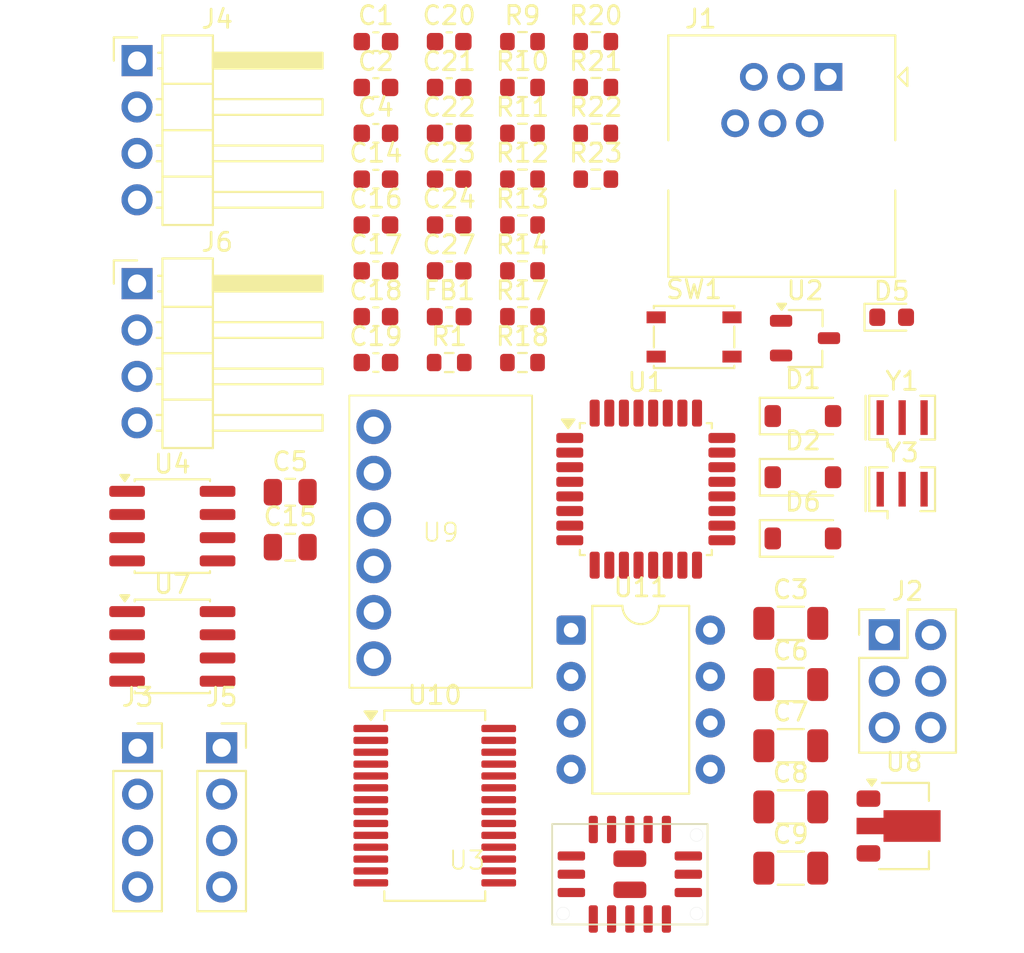
<source format=kicad_pcb>
(kicad_pcb (version 20241229) (generator "pcbnew") (generator_version "9.0")
  (layers (0 "F.Cu" signal) (2 "B.Cu" signal) (13 "F.Paste" user) (15 "B.Paste" user) (5 "F.SilkS" user "F.Silkscreen") (7 "B.SilkS" user "B.Silkscreen") (1 "F.Mask" user) (3 "B.Mask" user) (25 "Edge.Cuts" user))
  (net 0 "")
  (net 1 "Net-(U1-AREF)")
  (net 2 "GND")
  (net 3 "Net-(U1-VCC)")
  (net 4 "Net-(D1-K)")
  (net 5 "+5V")
  (net 6 "Net-(U4-VDD3V3)")
  (net 7 "GND1")
  (net 8 "Net-(U7-VDD3V3)")
  (net 9 "+3V3")
  (net 10 "Net-(U10-VDDA)")
  (net 11 "Net-(D1-A)")
  (net 12 "SCK")
  (net 13 "ERR")
  (net 14 "Net-(D5-K)")
  (net 16 "CANL")
  (net 17 "CANH")
  (net 19 "MISO")
  (net 20 "MOSI")
  (net 21 "RST")
  (net 22 "SDA1")
  (net 23 "SCL1")
  (net 24 "SCL2")
  (net 25 "SDA2")
  (net 26 "Net-(U1-~{RESET}{slash}PC6)")
  (net 27 "Net-(U10-STBY)")
  (net 28 "Net-(U10-~{RESET})")
  (net 29 "SCL0")
  (net 30 "SDA0")
  (net 36 "INT")
  (net 37 "CS")
  (net 42 "Net-(U1-XTAL2{slash}PB7)")
  (net 45 "Net-(U1-XTAL1{slash}PB6)")
  (net 53 "Net-(U10-TXD)")
  (net 61 "Net-(U10-OSC2)")
  (net 62 "Net-(U10-RXD)")
  (net 63 "Net-(U10-OSC1)")
  (net 64 "SCL3")
  (net 65 "SDA3")
  (net 66 "Net-(J6-Pin_2)")
  (net 67 "Net-(J6-Pin_1)")
  (net 68 "Net-(J6-Pin_4)")
  (net 77 "+5VA")
  (net 78 "Net-(J6-Pin_3)")
  (footprint "Resistor_SMD:R_0603_1608Metric" (layer "F.Cu") (at 42.16 41.205)
    (property "Reference" "R1" (at 0 -1.43 0) (layer "F.SilkS"))
    (property "Value" "10k")
    (pad "1" smd roundrect (at -0.825 0) (size 0.8 0.95) (layers "F.Cu" "F.Mask" "F.Paste") (net 5 "+5V"))
    (pad "2" smd roundrect (at 0.825 0) (size 0.8 0.95) (layers "F.Cu" "F.Mask" "F.Paste") (net 21 "RST"))
  )
  (footprint "Package_QFP:TQFP-32_7x7mm_P0.8mm" (layer "F.Cu") (at 52.92 48.135)
    (property "Reference" "U1" (at 0 -5.85 0) (layer "F.SilkS"))
    (property "Value" "ATmega328PB-A")
    (pad "1" smd roundrect (at -4.1625 -2.8) (size 1.475 0.55) (layers "F.Cu" "F.Mask" "F.Paste") (net 36 "INT"))
    (pad "2" smd roundrect (at -4.1625 -2) (size 1.475 0.55) (layers "F.Cu" "F.Mask" "F.Paste"))
    (pad "3" smd roundrect (at -4.1625 -1.2) (size 1.475 0.55) (layers "F.Cu" "F.Mask" "F.Paste") (net 30 "SDA0"))
    (pad "4" smd roundrect (at -4.1625 -0.4) (size 1.475 0.55) (layers "F.Cu" "F.Mask" "F.Paste") (net 3 "Net-(U1-VCC)"))
    (pad "5" smd roundrect (at -4.1625 0.4) (size 1.475 0.55) (layers "F.Cu" "F.Mask" "F.Paste") (net 2 "GND"))
    (pad "6" smd roundrect (at -4.1625 1.2) (size 1.475 0.55) (layers "F.Cu" "F.Mask" "F.Paste") (net 29 "SCL0"))
    (pad "7" smd roundrect (at -4.1625 2) (size 1.475 0.55) (layers "F.Cu" "F.Mask" "F.Paste") (net 45 "Net-(U1-XTAL1{slash}PB6)"))
    (pad "8" smd roundrect (at -4.1625 2.8) (size 1.475 0.55) (layers "F.Cu" "F.Mask" "F.Paste") (net 42 "Net-(U1-XTAL2{slash}PB7)"))
    (pad "9" smd roundrect (at -2.8 4.1625) (size 0.55 1.475) (layers "F.Cu" "F.Mask" "F.Paste"))
    (pad "10" smd roundrect (at -2 4.1625) (size 0.55 1.475) (layers "F.Cu" "F.Mask" "F.Paste"))
    (pad "11" smd roundrect (at -1.2 4.1625) (size 0.55 1.475) (layers "F.Cu" "F.Mask" "F.Paste") (net 13 "ERR"))
    (pad "12" smd roundrect (at -0.4 4.1625) (size 0.55 1.475) (layers "F.Cu" "F.Mask" "F.Paste"))
    (pad "13" smd roundrect (at 0.4 4.1625) (size 0.55 1.475) (layers "F.Cu" "F.Mask" "F.Paste"))
    (pad "14" smd roundrect (at 1.2 4.1625) (size 0.55 1.475) (layers "F.Cu" "F.Mask" "F.Paste") (net 37 "CS"))
    (pad "15" smd roundrect (at 2 4.1625) (size 0.55 1.475) (layers "F.Cu" "F.Mask" "F.Paste") (net 20 "MOSI"))
    (pad "16" smd roundrect (at 2.8 4.1625) (size 0.55 1.475) (layers "F.Cu" "F.Mask" "F.Paste") (net 19 "MISO"))
    (pad "17" smd roundrect (at 4.1625 2.8) (size 1.475 0.55) (layers "F.Cu" "F.Mask" "F.Paste") (net 12 "SCK"))
    (pad "18" smd roundrect (at 4.1625 2) (size 1.475 0.55) (layers "F.Cu" "F.Mask" "F.Paste") (net 5 "+5V"))
    (pad "19" smd roundrect (at 4.1625 1.2) (size 1.475 0.55) (layers "F.Cu" "F.Mask" "F.Paste"))
    (pad "20" smd roundrect (at 4.1625 0.4) (size 1.475 0.55) (layers "F.Cu" "F.Mask" "F.Paste") (net 1 "Net-(U1-AREF)"))
    (pad "21" smd roundrect (at 4.1625 -0.4) (size 1.475 0.55) (layers "F.Cu" "F.Mask" "F.Paste") (net 2 "GND"))
    (pad "22" smd roundrect (at 4.1625 -1.2) (size 1.475 0.55) (layers "F.Cu" "F.Mask" "F.Paste"))
    (pad "23" smd roundrect (at 4.1625 -2) (size 1.475 0.55) (layers "F.Cu" "F.Mask" "F.Paste"))
    (pad "24" smd roundrect (at 4.1625 -2.8) (size 1.475 0.55) (layers "F.Cu" "F.Mask" "F.Paste"))
    (pad "25" smd roundrect (at 2.8 -4.1625) (size 0.55 1.475) (layers "F.Cu" "F.Mask" "F.Paste"))
    (pad "26" smd roundrect (at 2 -4.1625) (size 0.55 1.475) (layers "F.Cu" "F.Mask" "F.Paste"))
    (pad "27" smd roundrect (at 1.2 -4.1625) (size 0.55 1.475) (layers "F.Cu" "F.Mask" "F.Paste") (net 22 "SDA1"))
    (pad "28" smd roundrect (at 0.4 -4.1625) (size 0.55 1.475) (layers "F.Cu" "F.Mask" "F.Paste") (net 23 "SCL1"))
    (pad "29" smd roundrect (at -0.4 -4.1625) (size 0.55 1.475) (layers "F.Cu" "F.Mask" "F.Paste") (net 26 "Net-(U1-~{RESET}{slash}PC6)"))
    (pad "30" smd roundrect (at -1.2 -4.1625) (size 0.55 1.475) (layers "F.Cu" "F.Mask" "F.Paste"))
    (pad "31" smd roundrect (at -2 -4.1625) (size 0.55 1.475) (layers "F.Cu" "F.Mask" "F.Paste"))
    (pad "32" smd roundrect (at -2.8 -4.1625) (size 0.55 1.475) (layers "F.Cu" "F.Mask" "F.Paste"))
  )
  (footprint "Resistor_SMD:R_0603_1608Metric" (layer "F.Cu") (at 46.17 31.165)
    (property "Reference" "R12" (at 0 -1.43 0) (layer "F.SilkS"))
    (property "Value" "4.7k")
    (pad "1" smd roundrect (at -0.825 0) (size 0.8 0.95) (layers "F.Cu" "F.Mask" "F.Paste") (net 77 "+5VA"))
    (pad "2" smd roundrect (at 0.825 0) (size 0.8 0.95) (layers "F.Cu" "F.Mask" "F.Paste") (net 24 "SCL2"))
  )
  (footprint "Diode_SMD:D_SOD-123" (layer "F.Cu") (at 61.515 50.835)
    (property "Reference" "D6" (at 0 -2 0) (layer "F.SilkS"))
    (property "Value" "RB160M")
    (pad "1" smd roundrect (at -1.65 0) (size 0.9 1.2) (layers "F.Cu" "F.Mask" "F.Paste") (net 4 "Net-(D1-K)"))
    (pad "2" smd roundrect (at 1.65 0) (size 0.9 1.2) (layers "F.Cu" "F.Mask" "F.Paste") (net 9 "+3V3"))
  )
  (footprint "Resistor_SMD:R_0603_1608Metric" (layer "F.Cu") (at 46.17 26.145)
    (property "Reference" "R10" (at 0 -1.43 0) (layer "F.SilkS"))
    (property "Value" "1k")
    (pad "1" smd roundrect (at -0.825 0) (size 0.8 0.95) (layers "F.Cu" "F.Mask" "F.Paste") (net 14 "Net-(D5-K)"))
    (pad "2" smd roundrect (at 0.825 0) (size 0.8 0.95) (layers "F.Cu" "F.Mask" "F.Paste") (net 2 "GND"))
  )
  (footprint "Capacitor_SMD:C_1206_3216Metric" (layer "F.Cu") (at 60.85 65.535)
    (property "Reference" "C8" (at 0 -1.85 0) (layer "F.SilkS"))
    (property "Value" "10u")
    (pad "1" smd roundrect (at -1.475 0) (size 1.15 1.8) (layers "F.Cu" "F.Mask" "F.Paste") (roundrect_rratio 0.217391) (net 5 "+5V"))
    (pad "2" smd roundrect (at 1.475 0) (size 1.15 1.8) (layers "F.Cu" "F.Mask" "F.Paste") (roundrect_rratio 0.217391) (net 2 "GND"))
  )
  (footprint "Resistor_SMD:R_0603_1608Metric" (layer "F.Cu") (at 46.17 36.185)
    (property "Reference" "R14" (at 0 -1.43 0) (layer "F.SilkS"))
    (property "Value" "100")
    (pad "1" smd roundrect (at -0.825 0) (size 0.8 0.95) (layers "F.Cu" "F.Mask" "F.Paste") (net 26 "Net-(U1-~{RESET}{slash}PC6)"))
    (pad "2" smd roundrect (at 0.825 0) (size 0.8 0.95) (layers "F.Cu" "F.Mask" "F.Paste") (net 21 "RST"))
  )
  (footprint "KUBTSS:BME280" (layer "F.Cu") (at 41.695 51.01)
    (property "Reference" "U9" (at 0 -0.5 0) (layer "F.SilkS") (effects (font (thickness 0.1))))
    (property "Value" "BME280")
    (pad "1" thru_hole circle (at -3.663 -6.29) (size 1.9 1.9) (drill 1.1) (layers "*.Cu" "*.Mask") (net 9 "+3V3"))
    (pad "2" thru_hole circle (at -3.663 -3.75) (size 1.9 1.9) (drill 1.1) (layers "*.Cu" "*.Mask") (net 2 "GND"))
    (pad "3" thru_hole circle (at -3.663 -1.21) (size 1.9 1.9) (drill 1.1) (layers "*.Cu" "*.Mask") (net 9 "+3V3"))
    (pad "4" thru_hole circle (at -3.663 1.33) (size 1.9 1.9) (drill 1.1) (layers "*.Cu" "*.Mask") (net 65 "SDA3"))
    (pad "5" thru_hole circle (at -3.663 3.87) (size 1.9 1.9) (drill 1.1) (layers "*.Cu" "*.Mask") (net 2 "GND"))
    (pad "6" thru_hole circle (at -3.663 6.41) (size 1.9 1.9) (drill 1.1) (layers "*.Cu" "*.Mask") (net 64 "SCL3"))
  )
  (footprint "Capacitor_SMD:C_1206_3216Metric" (layer "F.Cu") (at 60.85 58.835)
    (property "Reference" "C6" (at 0 -1.85 0) (layer "F.SilkS"))
    (property "Value" "0.1u")
    (pad "1" smd roundrect (at -1.475 0) (size 1.15 1.8) (layers "F.Cu" "F.Mask" "F.Paste") (roundrect_rratio 0.217391) (net 4 "Net-(D1-K)"))
    (pad "2" smd roundrect (at 1.475 0) (size 1.15 1.8) (layers "F.Cu" "F.Mask" "F.Paste") (roundrect_rratio 0.217391) (net 2 "GND"))
  )
  (footprint "Capacitor_SMD:C_0603_1608Metric" (layer "F.Cu") (at 42.16 33.675)
    (property "Reference" "C24" (at 0 -1.43 0) (layer "F.SilkS"))
    (property "Value" "0.1u")
    (pad "1" smd roundrect (at -0.775 0) (size 0.9 0.95) (layers "F.Cu" "F.Mask" "F.Paste") (net 10 "Net-(U10-VDDA)"))
    (pad "2" smd roundrect (at 0.775 0) (size 0.9 0.95) (layers "F.Cu" "F.Mask" "F.Paste") (net 2 "GND"))
  )
  (footprint "Connector_PinHeader_2.54mm:PinHeader_1x04_P2.54mm_Horizontal" (layer "F.Cu") (at 25.08 36.885)
    (property "Reference" "J6" (at 4.385 -2.27 0) (layer "F.SilkS"))
    (property "Value" "Conn_01x04_Pin")
    (pad "1" thru_hole rect (at 0 0) (size 1.7 1.7) (drill 1) (layers "*.Cu" "*.Mask") (net 67 "Net-(J6-Pin_1)"))
    (pad "2" thru_hole circle (at 0 2.54) (size 1.7 1.7) (drill 1) (layers "*.Cu" "*.Mask") (net 66 "Net-(J6-Pin_2)"))
    (pad "3" thru_hole circle (at 0 5.08) (size 1.7 1.7) (drill 1) (layers "*.Cu" "*.Mask") (net 78 "Net-(J6-Pin_3)"))
    (pad "4" thru_hole circle (at 0 7.62) (size 1.7 1.7) (drill 1) (layers "*.Cu" "*.Mask") (net 68 "Net-(J6-Pin_4)"))
  )
  (footprint "Resistor_SMD:R_0603_1608Metric" (layer "F.Cu") (at 50.18 23.635)
    (property "Reference" "R20" (at 0 -1.43 0) (layer "F.SilkS"))
    (property "Value" "4.7k")
    (pad "1" smd roundrect (at -0.825 0) (size 0.8 0.95) (layers "F.Cu" "F.Mask" "F.Paste") (net 5 "+5V"))
    (pad "2" smd roundrect (at 0.825 0) (size 0.8 0.95) (layers "F.Cu" "F.Mask" "F.Paste") (net 29 "SCL0"))
  )
  (footprint "Diode_SMD:D_SOD-123" (layer "F.Cu") (at 61.515 44.135)
    (property "Reference" "D1" (at 0 -2 0) (layer "F.SilkS"))
    (property "Value" "RB160M")
    (pad "1" smd roundrect (at -1.65 0) (size 0.9 1.2) (layers "F.Cu" "F.Mask" "F.Paste") (net 4 "Net-(D1-K)"))
    (pad "2" smd roundrect (at 1.65 0) (size 0.9 1.2) (layers "F.Cu" "F.Mask" "F.Paste") (net 11 "Net-(D1-A)"))
  )
  (footprint "Capacitor_SMD:C_0603_1608Metric" (layer "F.Cu") (at 38.15 28.655)
    (property "Reference" "C4" (at 0 -1.43 0) (layer "F.SilkS"))
    (property "Value" "0.1u")
    (pad "1" smd roundrect (at -0.775 0) (size 0.9 0.95) (layers "F.Cu" "F.Mask" "F.Paste") (net 5 "+5V"))
    (pad "2" smd roundrect (at 0.775 0) (size 0.9 0.95) (layers "F.Cu" "F.Mask" "F.Paste") (net 2 "GND"))
  )
  (footprint "Capacitor_SMD:C_0805_2012Metric" (layer "F.Cu") (at 33.46 51.315)
    (property "Reference" "C15" (at 0 -1.68 0) (layer "F.SilkS"))
    (property "Value" "1u")
    (pad "1" smd roundrect (at -0.95 0) (size 1 1.45) (layers "F.Cu" "F.Mask" "F.Paste") (net 8 "Net-(U7-VDD3V3)"))
    (pad "2" smd roundrect (at 0.95 0) (size 1 1.45) (layers "F.Cu" "F.Mask" "F.Paste") (net 7 "GND1"))
  )
  (footprint "Capacitor_SMD:C_0603_1608Metric" (layer "F.Cu") (at 38.15 26.145)
    (property "Reference" "C2" (at 0 -1.43 0) (layer "F.SilkS"))
    (property "Value" "1u")
    (pad "1" smd roundrect (at -0.775 0) (size 0.9 0.95) (layers "F.Cu" "F.Mask" "F.Paste") (net 2 "GND"))
    (pad "2" smd roundrect (at 0.775 0) (size 0.9 0.95) (layers "F.Cu" "F.Mask" "F.Paste") (net 3 "Net-(U1-VCC)"))
  )
  (footprint "Resistor_SMD:R_0603_1608Metric" (layer "F.Cu") (at 50.18 31.165)
    (property "Reference" "R23" (at 0 -1.43 0) (layer "F.SilkS"))
    (property "Value" "4.7k")
    (pad "1" smd roundrect (at -0.825 0) (size 0.8 0.95) (layers "F.Cu" "F.Mask" "F.Paste") (net 9 "+3V3"))
    (pad "2" smd roundrect (at 0.825 0) (size 0.8 0.95) (layers "F.Cu" "F.Mask" "F.Paste") (net 65 "SDA3"))
  )
  (footprint "Capacitor_SMD:C_0603_1608Metric" (layer "F.Cu") (at 38.15 36.185)
    (property "Reference" "C17" (at 0 -1.43 0) (layer "F.SilkS"))
    (property "Value" "1u")
    (pad "1" smd roundrect (at -0.775 0) (size 0.9 0.95) (layers "F.Cu" "F.Mask" "F.Paste") (net 2 "GND"))
    (pad "2" smd roundrect (at 0.775 0) (size 0.9 0.95) (layers "F.Cu" "F.Mask" "F.Paste") (net 5 "+5V"))
  )
  (footprint "Capacitor_SMD:C_0603_1608Metric" (layer "F.Cu") (at 42.16 36.185)
    (property "Reference" "C27" (at 0 -1.43 0) (layer "F.SilkS"))
    (property "Value" "100n")
    (pad "1" smd roundrect (at -0.775 0) (size 0.9 0.95) (layers "F.Cu" "F.Mask" "F.Paste") (net 66 "Net-(J6-Pin_2)"))
    (pad "2" smd roundrect (at 0.775 0) (size 0.9 0.95) (layers "F.Cu" "F.Mask" "F.Paste") (net 78 "Net-(J6-Pin_3)"))
  )
  (footprint "Package_SO:SOIC-8_3.9x4.9mm_P1.27mm" (layer "F.Cu") (at 27.01 56.745)
    (property "Reference" "U7" (at 0 -3.4 0) (layer "F.SilkS"))
    (property "Value" "SLIP")
    (pad "1" smd roundrect (at -2.475 -1.905) (size 1.95 0.6) (layers "F.Cu" "F.Mask" "F.Paste") (net 77 "+5VA"))
    (pad "2" smd roundrect (at -2.475 -0.635) (size 1.95 0.6) (layers "F.Cu" "F.Mask" "F.Paste") (net 8 "Net-(U7-VDD3V3)"))
    (pad "3" smd roundrect (at -2.475 0.635) (size 1.95 0.6) (layers "F.Cu" "F.Mask" "F.Paste"))
    (pad "4" smd roundrect (at -2.475 1.905) (size 1.95 0.6) (layers "F.Cu" "F.Mask" "F.Paste") (net 7 "GND1"))
    (pad "5" smd roundrect (at 2.475 1.905) (size 1.95 0.6) (layers "F.Cu" "F.Mask" "F.Paste") (net 7 "GND1"))
    (pad "6" smd roundrect (at 2.475 0.635) (size 1.95 0.6) (layers "F.Cu" "F.Mask" "F.Paste") (net 25 "SDA2"))
    (pad "7" smd roundrect (at 2.475 -0.635) (size 1.95 0.6) (layers "F.Cu" "F.Mask" "F.Paste") (net 24 "SCL2"))
    (pad "8" smd roundrect (at 2.475 -1.905) (size 1.95 0.6) (layers "F.Cu" "F.Mask" "F.Paste") (net 7 "GND1"))
  )
  (footprint "Inductor_SMD:L_0603_1608Metric" (layer "F.Cu") (at 42.16 38.695)
    (property "Reference" "FB1" (at 0 -1.43 0) (layer "F.SilkS"))
    (property "Value" "FerriteBead_Small")
    (pad "1" smd roundrect (at -0.7875 0) (size 0.875 0.95) (layers "F.Cu" "F.Mask" "F.Paste") (net 5 "+5V"))
    (pad "2" smd roundrect (at 0.7875 0) (size 0.875 0.95) (layers "F.Cu" "F.Mask" "F.Paste") (net 10 "Net-(U10-VDDA)"))
  )
  (footprint "Capacitor_SMD:C_0603_1608Metric" (layer "F.Cu") (at 38.15 41.205)
    (property "Reference" "C19" (at 0 -1.43 0) (layer "F.SilkS"))
    (property "Value" "1u")
    (pad "1" smd roundrect (at -0.775 0) (size 0.9 0.95) (layers "F.Cu" "F.Mask" "F.Paste") (net 5 "+5V"))
    (pad "2" smd roundrect (at 0.775 0) (size 0.9 0.95) (layers "F.Cu" "F.Mask" "F.Paste") (net 2 "GND"))
  )
  (footprint "Package_TO_SOT_SMD:TSOT-23" (layer "F.Cu") (at 61.63 39.87)
    (property "Reference" "U2" (at 0 -2.6 0) (layer "F.SilkS"))
    (property "Value" "AP7375")
    (pad "1" smd roundrect (at -1.31 -0.95) (size 1.22 0.65) (layers "F.Cu" "F.Mask" "F.Paste") (net 4 "Net-(D1-K)"))
    (pad "2" smd roundrect (at -1.31 0.95) (size 1.22 0.65) (layers "F.Cu" "F.Mask" "F.Paste") (net 5 "+5V"))
    (pad "3" smd roundrect (at 1.31 0) (size 1.22 0.65) (layers "F.Cu" "F.Mask" "F.Paste") (net 2 "GND"))
  )
  (footprint "Capacitor_SMD:C_0603_1608Metric" (layer "F.Cu") (at 42.16 31.165)
    (property "Reference" "C23" (at 0 -1.43 0) (layer "F.SilkS"))
    (property "Value" "10u")
    (pad "1" smd roundrect (at -0.775 0) (size 0.9 0.95) (layers "F.Cu" "F.Mask" "F.Paste") (net 10 "Net-(U10-VDDA)"))
    (pad "2" smd roundrect (at 0.775 0) (size 0.9 0.95) (layers "F.Cu" "F.Mask" "F.Paste") (net 2 "GND"))
  )
  (footprint "Capacitor_SMD:C_0805_2012Metric" (layer "F.Cu") (at 33.46 48.305)
    (property "Reference" "C5" (at 0 -1.68 0) (layer "F.SilkS"))
    (property "Value" "1u")
    (pad "1" smd roundrect (at -0.95 0) (size 1 1.45) (layers "F.Cu" "F.Mask" "F.Paste") (net 6 "Net-(U4-VDD3V3)"))
    (pad "2" smd roundrect (at 0.95 0) (size 1 1.45) (layers "F.Cu" "F.Mask" "F.Paste") (net 2 "GND"))
  )
  (footprint "KUBTSS:SDP32" (layer "F.Cu") (at 52.045 69.22)
    (property "Reference" "U3" (at -8.91 -0.76 0) (layer "F.SilkS") (effects (font (thickness 0.1))))
    (property "Value" "~")
    (fp_rect (start -4.25 -2.75) (end 4.25 2.75) (stroke (width 0.05)) (fill no) (layer "Edge.Cuts"))
    (fp_circle (center -3.65 2.15) (end -3.3 2.15) (stroke (width 0.01)) (fill no) (layer "Edge.Cuts"))
    (fp_circle (center 3.65 -2.15) (end 4 -2.15) (stroke (width 0.01)) (fill no) (layer "Edge.Cuts"))
    (fp_circle (center 3.65 2.15) (end 4 2.15) (stroke (width 0.01)) (fill no) (layer "Edge.Cuts"))
    (pad "" np_thru_hole circle (at -3.65 2.15) (size 0.00001 0.00001) (drill 0.73) (layers "*.Mask"))
    (pad "" np_thru_hole circle (at 3.65 -2.15) (size 0.00001 0.00001) (drill 0.73) (layers "*.Mask"))
    (pad "" np_thru_hole circle (at 3.65 2.15) (size 0.00001 0.00001) (drill 0.73) (layers "*.Mask"))
    (pad "1" smd roundrect (at -3.2 -1) (size 1.5 0.5) (layers "F.Cu" "F.Mask" "F.Paste") (net 78 "Net-(J6-Pin_3)"))
    (pad "2" smd roundrect (at -3.2 0) (size 1.5 0.5) (layers "F.Cu" "F.Mask" "F.Paste") (net 78 "Net-(J6-Pin_3)"))
    (pad "3" smd roundrect (at -3.2 1) (size 1.5 0.5) (layers "F.Cu" "F.Mask" "F.Paste") (net 78 "Net-(J6-Pin_3)"))
    (pad "4" smd roundrect (at -2 2.45 270) (size 1.5 0.5) (layers "F.Cu" "F.Mask" "F.Paste"))
    (pad "5" smd roundrect (at -1 2.45 270) (size 1.5 0.5) (layers "F.Cu" "F.Mask" "F.Paste") (net 68 "Net-(J6-Pin_4)"))
    (pad "6" smd roundrect (at 0 2.45 270) (size 1.5 0.5) (layers "F.Cu" "F.Mask" "F.Paste") (net 78 "Net-(J6-Pin_3)"))
    (pad "7" smd roundrect (at 1 2.45 270) (size 1.5 0.5) (layers "F.Cu" "F.Mask" "F.Paste") (net 66 "Net-(J6-Pin_2)"))
    (pad "8" smd roundrect (at 2 2.45 270) (size 1.5 0.5) (layers "F.Cu" "F.Mask" "F.Paste") (net 67 "Net-(J6-Pin_1)"))
    (pad "9" smd roundrect (at 3.2 1 180) (size 1.5 0.5) (layers "F.Cu" "F.Mask" "F.Paste") (net 78 "Net-(J6-Pin_3)"))
    (pad "10" smd roundrect (at 3.2 0 180) (size 1.5 0.5) (layers "F.Cu" "F.Mask" "F.Paste") (net 78 "Net-(J6-Pin_3)"))
    (pad "11" smd roundrect (at 3.2 -1 180) (size 1.5 0.5) (layers "F.Cu" "F.Mask" "F.Paste") (net 78 "Net-(J6-Pin_3)"))
    (pad "12" smd roundrect (at 2 -2.45 90) (size 1.5 0.5) (layers "F.Cu" "F.Mask" "F.Paste"))
    (pad "13" smd roundrect (at 1 -2.45 90) (size 1.5 0.5) (layers "F.Cu" "F.Mask" "F.Paste"))
    (pad "14" smd roundrect (at 0 -2.45 90) (size 1.5 0.5) (layers "F.Cu" "F.Mask" "F.Paste"))
    (pad "15" smd roundrect (at -1 -2.45 90) (size 1.5 0.5) (layers "F.Cu" "F.Mask" "F.Paste"))
    (pad "16" smd roundrect (at -2 -2.45 90) (size 1.5 0.5) (layers "F.Cu" "F.Mask" "F.Paste"))
    (pad "17" smd roundrect (at 0 -0.85) (size 1.8 0.9) (layers "F.Cu" "F.Mask" "F.Paste"))
    (pad "18" smd roundrect (at 0 0.85) (size 1.8 0.9) (layers "F.Cu" "F.Mask" "F.Paste"))
  )
  (footprint "LED_SMD:LED_0603_1608Metric" (layer "F.Cu") (at 66.37 38.725)
    (property "Reference" "D5" (at 0 -1.43 0) (layer "F.SilkS"))
    (property "Value" "ERR")
    (pad "1" smd roundrect (at -0.7875 0) (size 0.875 0.95) (layers "F.Cu" "F.Mask" "F.Paste") (net 14 "Net-(D5-K)"))
    (pad "2" smd roundrect (at 0.7875 0) (size 0.875 0.95) (layers "F.Cu" "F.Mask" "F.Paste") (net 13 "ERR"))
  )
  (footprint "Capacitor_SMD:C_0603_1608Metric" (layer "F.Cu") (at 42.16 28.655)
    (property "Reference" "C22" (at 0 -1.43 0) (layer "F.SilkS"))
    (property "Value" "0.1u")
    (pad "1" smd roundrect (at -0.775 0) (size 0.9 0.95) (layers "F.Cu" "F.Mask" "F.Paste") (net 9 "+3V3"))
    (pad "2" smd roundrect (at 0.775 0) (size 0.9 0.95) (layers "F.Cu" "F.Mask" "F.Paste") (net 2 "GND"))
  )
  (footprint "Package_TO_SOT_SMD:SOT-89-3" (layer "F.Cu") (at 67.05 66.58)
    (property "Reference" "U8" (at 0 -3.5 0) (layer "F.SilkS"))
    (property "Value" "NJW4181U3-33B")
    (pad "1" smd roundrect (at -1.95 -1.5) (size 1.3 0.9) (layers "F.Cu" "F.Mask" "F.Paste") (net 9 "+3V3"))
    (pad "2" smd custom (at -1.8625 0) (size 1.475 0.9) (layers "F.Cu" "F.Mask" "F.Paste") (net 2 "GND") (options (clearance outline) (anchor rect)) (primitives (gr_poly (pts (xy 3.8625 0.8665) (xy 0.7375 0.8665) (xy 0.7375 -0.8665) (xy 3.8625 -0.8665)) (width 0) (fill yes))))
    (pad "3" smd roundrect (at -1.95 1.5) (size 1.3 0.9) (layers "F.Cu" "F.Mask" "F.Paste") (net 4 "Net-(D1-K)"))
  )
  (footprint "Resistor_SMD:R_0603_1608Metric" (layer "F.Cu") (at 46.17 23.635)
    (property "Reference" "R9" (at 0 -1.43 0) (layer "F.SilkS"))
    (property "Value" "120")
    (pad "1" smd roundrect (at -0.825 0) (size 0.8 0.95) (layers "F.Cu" "F.Mask" "F.Paste") (net 17 "CANH"))
    (pad "2" smd roundrect (at 0.825 0) (size 0.8 0.95) (layers "F.Cu" "F.Mask" "F.Paste") (net 16 "CANL"))
  )
  (footprint "Capacitor_SMD:C_0603_1608Metric" (layer "F.Cu") (at 42.16 23.635)
    (property "Reference" "C20" (at 0 -1.43 0) (layer "F.SilkS"))
    (property "Value" "0.1u")
    (pad "1" smd roundrect (at -0.775 0) (size 0.9 0.95) (layers "F.Cu" "F.Mask" "F.Paste") (net 5 "+5V"))
    (pad "2" smd roundrect (at 0.775 0) (size 0.9 0.95) (layers "F.Cu" "F.Mask" "F.Paste") (net 2 "GND"))
  )
  (footprint "Connector_RJ:RJ25_Wayconn_MJEA-660X1_Horizontal" (layer "F.Cu") (at 62.91 25.565)
    (property "Reference" "J1" (at -6.985 -3.175 0) (layer "F.SilkS"))
    (property "Value" "RJ25")
    (pad "" np_thru_hole circle (at -8.55 4.84) (size 2.3 2.3) (drill 2.3) (layers "*.Cu" "*.Mask"))
    (pad "" np_thru_hole circle (at 3.45 4.84) (size 2.3 2.3) (drill 2.3) (layers "*.Cu" "*.Mask"))
    (pad "1" thru_hole rect (at 0 0) (size 1.52 1.52) (drill 0.9) (layers "*.Cu" "*.Mask"))
    (pad "2" thru_hole circle (at -1.02 2.54) (size 1.52 1.52) (drill 0.9) (layers "*.Cu" "*.Mask") (net 2 "GND"))
    (pad "3" thru_hole circle (at -2.04 0) (size 1.52 1.52) (drill 0.9) (layers "*.Cu" "*.Mask") (net 16 "CANL"))
    (pad "4" thru_hole circle (at -3.06 2.54) (size 1.52 1.52) (drill 0.9) (layers "*.Cu" "*.Mask") (net 17 "CANH"))
    (pad "5" thru_hole circle (at -4.08 0) (size 1.52 1.52) (drill 0.9) (layers "*.Cu" "*.Mask") (net 11 "Net-(D1-A)"))
    (pad "6" thru_hole circle (at -5.1 2.54) (size 1.52 1.52) (drill 0.9) (layers "*.Cu" "*.Mask"))
  )
  (footprint "Connector_PinHeader_2.54mm:PinHeader_1x04_P2.54mm_Horizontal" (layer "F.Cu") (at 25.08 24.675)
    (property "Reference" "J4" (at 4.385 -2.27 0) (layer "F.SilkS"))
    (property "Value" "Conn_01x04_Pin")
    (pad "1" thru_hole rect (at 0 0) (size 1.7 1.7) (drill 1) (layers "*.Cu" "*.Mask") (net 7 "GND1"))
    (pad "2" thru_hole circle (at 0 2.54) (size 1.7 1.7) (drill 1) (layers "*.Cu" "*.Mask") (net 24 "SCL2"))
    (pad "3" thru_hole circle (at 0 5.08) (size 1.7 1.7) (drill 1) (layers "*.Cu" "*.Mask") (net 25 "SDA2"))
    (pad "4" thru_hole circle (at 0 7.62) (size 1.7 1.7) (drill 1) (layers "*.Cu" "*.Mask") (net 77 "+5VA"))
  )
  (footprint "Package_SO:SOIC-8_3.9x4.9mm_P1.27mm" (layer "F.Cu") (at 27.01 50.16)
    (property "Reference" "U4" (at 0 -3.4 0) (layer "F.SilkS"))
    (property "Value" "SLIP")
    (pad "1" smd roundrect (at -2.475 -1.905) (size 1.95 0.6) (layers "F.Cu" "F.Mask" "F.Paste") (net 5 "+5V"))
    (pad "2" smd roundrect (at -2.475 -0.635) (size 1.95 0.6) (layers "F.Cu" "F.Mask" "F.Paste") (net 6 "Net-(U4-VDD3V3)"))
    (pad "3" smd roundrect (at -2.475 0.635) (size 1.95 0.6) (layers "F.Cu" "F.Mask" "F.Paste"))
    (pad "4" smd roundrect (at -2.475 1.905) (size 1.95 0.6) (layers "F.Cu" "F.Mask" "F.Paste") (net 2 "GND"))
    (pad "5" smd roundrect (at 2.475 1.905) (size 1.95 0.6) (layers "F.Cu" "F.Mask" "F.Paste") (net 2 "GND"))
    (pad "6" smd roundrect (at 2.475 0.635) (size 1.95 0.6) (layers "F.Cu" "F.Mask" "F.Paste") (net 30 "SDA0"))
    (pad "7" smd roundrect (at 2.475 -0.635) (size 1.95 0.6) (layers "F.Cu" "F.Mask" "F.Paste") (net 29 "SCL0"))
    (pad "8" smd roundrect (at 2.475 -1.905) (size 1.95 0.6) (layers "F.Cu" "F.Mask" "F.Paste") (net 2 "GND"))
  )
  (footprint "Connector_PinSocket_2.54mm:PinSocket_1x04_P2.54mm_Vertical" (layer "F.Cu") (at 29.71 62.295)
    (property "Reference" "J5" (at 0 -2.77 0) (layer "F.SilkS"))
    (property "Value" "Conn_01x04_Socket")
    (pad "1" thru_hole rect (at 0 0) (size 1.7 1.7) (drill 1) (layers "*.Cu" "*.Mask") (net 65 "SDA3"))
    (pad "2" thru_hole circle (at 0 2.54) (size 1.7 1.7) (drill 1) (layers "*.Cu" "*.Mask") (net 9 "+3V3"))
    (pad "3" thru_hole circle (at 0 5.08) (size 1.7 1.7) (drill 1) (layers "*.Cu" "*.Mask") (net 2 "GND"))
    (pad "4" thru_hole circle (at 0 7.62) (size 1.7 1.7) (drill 1) (layers "*.Cu" "*.Mask") (net 64 "SCL3"))
  )
  (footprint "Resistor_SMD:R_0603_1608Metric" (layer "F.Cu") (at 50.18 28.655)
    (property "Reference" "R22" (at 0 -1.43 0) (layer "F.SilkS"))
    (property "Value" "4.7k")
    (pad "1" smd roundrect (at -0.825 0) (size 0.8 0.95) (layers "F.Cu" "F.Mask" "F.Paste") (net 9 "+3V3"))
    (pad "2" smd roundrect (at 0.825 0) (size 0.8 0.95) (layers "F.Cu" "F.Mask" "F.Paste") (net 64 "SCL3"))
  )
  (footprint "Resistor_SMD:R_0603_1608Metric" (layer "F.Cu") (at 46.17 33.675)
    (property "Reference" "R13" (at 0 -1.43 0) (layer "F.SilkS"))
    (property "Value" "10")
    (pad "1" smd roundrect (at -0.825 0) (size 0.8 0.95) (layers "F.Cu" "F.Mask" "F.Paste") (net 3 "Net-(U1-VCC)"))
    (pad "2" smd roundrect (at 0.825 0) (size 0.8 0.95) (layers "F.Cu" "F.Mask" "F.Paste") (net 5 "+5V"))
  )
  (footprint "Capacitor_SMD:C_1206_3216Metric" (layer "F.Cu") (at 60.85 55.485)
    (property "Reference" "C3" (at 0 -1.85 0) (layer "F.SilkS"))
    (property "Value" "10u")
    (pad "1" smd roundrect (at -1.475 0) (size 1.15 1.8) (layers "F.Cu" "F.Mask" "F.Paste") (roundrect_rratio 0.217391) (net 4 "Net-(D1-K)"))
    (pad "2" smd roundrect (at 1.475 0) (size 1.15 1.8) (layers "F.Cu" "F.Mask" "F.Paste") (roundrect_rratio 0.217391) (net 2 "GND"))
  )
  (footprint "Diode_SMD:D_SOD-123" (layer "F.Cu") (at 61.515 47.485)
    (property "Reference" "D2" (at 0 -2 0) (layer "F.SilkS"))
    (property "Value" "RB160M")
    (pad "1" smd roundrect (at -1.65 0) (size 0.9 1.2) (layers "F.Cu" "F.Mask" "F.Paste") (net 4 "Net-(D1-K)"))
    (pad "2" smd roundrect (at 1.65 0) (size 0.9 1.2) (layers "F.Cu" "F.Mask" "F.Paste") (net 5 "+5V"))
  )
  (footprint "Resistor_SMD:R_0603_1608Metric" (layer "F.Cu") (at 46.17 28.655)
    (property "Reference" "R11" (at 0 -1.43 0) (layer "F.SilkS"))
    (property "Value" "4.7k")
    (pad "1" smd roundrect (at -0.825 0) (size 0.8 0.95) (layers "F.Cu" "F.Mask" "F.Paste") (net 77 "+5VA"))
    (pad "2" smd roundrect (at 0.825 0) (size 0.8 0.95) (layers "F.Cu" "F.Mask" "F.Paste") (net 25 "SDA2"))
  )
  (footprint "Package_SO:SSOP-28_5.3x10.2mm_P0.65mm" (layer "F.Cu") (at 41.37 65.465)
    (property "Reference" "U10" (at 0 -6.05 0) (layer "F.SilkS"))
    (property "Value" "MCP25625-x-SS")
    (pad "1" smd roundrect (at -3.5 -4.225) (size 1.9 0.4) (layers "F.Cu" "F.Mask" "F.Paste") (net 9 "+3V3"))
    (pad "2" smd roundrect (at -3.5 -3.575) (size 1.9 0.4) (layers "F.Cu" "F.Mask" "F.Paste"))
    (pad "3" smd roundrect (at -3.5 -2.925) (size 1.9 0.4) (layers "F.Cu" "F.Mask" "F.Paste") (net 16 "CANL"))
    (pad "4" smd roundrect (at -3.5 -2.275) (size 1.9 0.4) (layers "F.Cu" "F.Mask" "F.Paste") (net 17 "CANH"))
    (pad "5" smd roundrect (at -3.5 -1.625) (size 1.9 0.4) (layers "F.Cu" "F.Mask" "F.Paste") (net 27 "Net-(U10-STBY)"))
    (pad "6" smd roundrect (at -3.5 -0.975) (size 1.9 0.4) (layers "F.Cu" "F.Mask" "F.Paste"))
    (pad "7" smd roundrect (at -3.5 -0.325) (size 1.9 0.4) (layers "F.Cu" "F.Mask" "F.Paste"))
    (pad "8" smd roundrect (at -3.5 0.325) (size 1.9 0.4) (layers "F.Cu" "F.Mask" "F.Paste") (net 61 "Net-(U10-OSC2)"))
    (pad "9" smd roundrect (at -3.5 0.975) (size 1.9 0.4) (layers "F.Cu" "F.Mask" "F.Paste") (net 63 "Net-(U10-OSC1)"))
    (pad "10" smd roundrect (at -3.5 1.625) (size 1.9 0.4) (layers "F.Cu" "F.Mask" "F.Paste") (net 2 "GND"))
    (pad "11" smd roundrect (at -3.5 2.275) (size 1.9 0.4) (layers "F.Cu" "F.Mask" "F.Paste"))
    (pad "12" smd roundrect (at -3.5 2.925) (size 1.9 0.4) (layers "F.Cu" "F.Mask" "F.Paste"))
    (pad "13" smd roundrect (at -3.5 3.575) (size 1.9 0.4) (layers "F.Cu" "F.Mask" "F.Paste") (net 36 "INT"))
    (pad "14" smd roundrect (at -3.5 4.225) (size 1.9 0.4) (layers "F.Cu" "F.Mask" "F.Paste") (net 12 "SCK"))
    (pad "15" smd roundrect (at 3.5 4.225) (size 1.9 0.4) (layers "F.Cu" "F.Mask" "F.Paste") (net 20 "MOSI"))
    (pad "16" smd roundrect (at 3.5 3.575) (size 1.9 0.4) (layers "F.Cu" "F.Mask" "F.Paste") (net 19 "MISO"))
    (pad "17" smd roundrect (at 3.5 2.925) (size 1.9 0.4) (layers "F.Cu" "F.Mask" "F.Paste") (net 37 "CS"))
    (pad "18" smd roundrect (at 3.5 2.275) (size 1.9 0.4) (layers "F.Cu" "F.Mask" "F.Paste") (net 28 "Net-(U10-~{RESET})"))
    (pad "19" smd roundrect (at 3.5 1.625) (size 1.9 0.4) (layers "F.Cu" "F.Mask" "F.Paste") (net 5 "+5V"))
    (pad "20" smd roundrect (at 3.5 0.975) (size 1.9 0.4) (layers "F.Cu" "F.Mask" "F.Paste") (net 53 "Net-(U10-TXD)"))
    (pad "21" smd roundrect (at 3.5 0.325) (size 1.9 0.4) (layers "F.Cu" "F.Mask" "F.Paste") (net 62 "Net-(U10-RXD)"))
    (pad "22" smd roundrect (at 3.5 -0.325) (size 1.9 0.4) (layers "F.Cu" "F.Mask" "F.Paste"))
    (pad "23" smd roundrect (at 3.5 -0.975) (size 1.9 0.4) (layers "F.Cu" "F.Mask" "F.Paste"))
    (pad "24" smd roundrect (at 3.5 -1.625) (size 1.9 0.4) (layers "F.Cu" "F.Mask" "F.Paste") (net 53 "Net-(U10-TXD)"))
    (pad "25" smd roundrect (at 3.5 -2.275) (size 1.9 0.4) (layers "F.Cu" "F.Mask" "F.Paste"))
    (pad "26" smd roundrect (at 3.5 -2.925) (size 1.9 0.4) (layers "F.Cu" "F.Mask" "F.Paste"))
    (pad "27" smd roundrect (at 3.5 -3.575) (size 1.9 0.4) (layers "F.Cu" "F.Mask" "F.Paste") (net 10 "Net-(U10-VDDA)"))
    (pad "28" smd roundrect (at 3.5 -4.225) (size 1.9 0.4) (layers "F.Cu" "F.Mask" "F.Paste") (net 62 "Net-(U10-RXD)"))
  )
  (footprint "Button_Switch_SMD:SW_SPST_PTS810" (layer "F.Cu") (at 55.56 39.805)
    (property "Reference" "SW1" (at 0 -2.6 0) (layer "F.SilkS"))
    (property "Value" "RST")
    (pad "1" smd rect (at -2.075 -1.075) (size 1.05 0.65) (layers "F.Cu" "F.Mask" "F.Paste") (net 2 "GND"))
    (pad "1" smd rect (at 2.075 -1.075) (size 1.05 0.65) (layers "F.Cu" "F.Mask" "F.Paste") (net 2 "GND"))
    (pad "2" smd rect (at -2.075 1.075) (size 1.05 0.65) (layers "F.Cu" "F.Mask" "F.Paste") (net 21 "RST"))
    (pad "2" smd rect (at 2.075 1.075) (size 1.05 0.65) (layers "F.Cu" "F.Mask" "F.Paste") (net 21 "RST"))
  )
  (footprint "Resistor_SMD:R_0603_1608Metric" (layer "F.Cu") (at 46.17 38.695)
    (property "Reference" "R17" (at 0 -1.43 0) (layer "F.SilkS"))
    (property "Value" "100k")
    (pad "1" smd roundrect (at -0.825 0) (size 0.8 0.95) (layers "F.Cu" "F.Mask" "F.Paste") (net 27 "Net-(U10-STBY)"))
    (pad "2" smd roundrect (at 0.825 0) (size 0.8 0.95) (layers "F.Cu" "F.Mask" "F.Paste") (net 2 "GND"))
  )
  (footprint "Crystal:Resonator_SMD_Murata_CSTxExxV-3Pin_3.0x1.1mm" (layer "F.Cu") (at 66.945 48.14)
    (property "Reference" "Y3" (at 0 -2 0) (layer "F.SilkS"))
    (property "Value" "16MHz")
    (pad "1" smd rect (at -1.2 0) (size 0.4 1.9) (layers "F.Cu" "F.Mask" "F.Paste") (net 63 "Net-(U10-OSC1)"))
    (pad "2" smd rect (at 0 0) (size 0.4 1.9) (layers "F.Cu" "F.Mask" "F.Paste") (net 2 "GND"))
    (pad "3" smd rect (at 1.2 0) (size 0.4 1.9) (layers "F.Cu" "F.Mask" "F.Paste") (net 61 "Net-(U10-OSC2)"))
  )
  (footprint "Package_DIP:DIP-8_W7.62mm" (layer "F.Cu") (at 48.83 55.855)
    (property "Reference" "U11" (at 3.81 -2.33 0) (layer "F.SilkS"))
    (property "Value" "~")
    (pad "1" thru_hole roundrect (at 0 0) (size 1.6 1.6) (drill 0.8) (layers "*.Cu" "*.Mask") (roundrect_rratio 0.15625) (net 5 "+5V"))
    (pad "2" thru_hole circle (at 0 2.54) (size 1.6 1.6) (drill 0.8) (layers "*.Cu" "*.Mask") (net 29 "SCL0"))
    (pad "3" thru_hole circle (at 0 5.08) (size 1.6 1.6) (drill 0.8) (layers "*.Cu" "*.Mask") (net 30 "SDA0"))
    (pad "4" thru_hole circle (at 0 7.62) (size 1.6 1.6) (drill 0.8) (layers "*.Cu" "*.Mask") (net 2 "GND"))
    (pad "5" thru_hole circle (at 7.62 7.62) (size 1.6 1.6) (drill 0.8) (layers "*.Cu" "*.Mask") (net 5 "+5V"))
    (pad "6" thru_hole circle (at 7.62 5.08) (size 1.6 1.6) (drill 0.8) (layers "*.Cu" "*.Mask") (net 64 "SCL3"))
    (pad "7" thru_hole circle (at 7.62 2.54) (size 1.6 1.6) (drill 0.8) (layers "*.Cu" "*.Mask") (net 65 "SDA3"))
    (pad "8" thru_hole circle (at 7.62 0) (size 1.6 1.6) (drill 0.8) (layers "*.Cu" "*.Mask") (net 9 "+3V3"))
  )
  (footprint "Connector_PinHeader_2.54mm:PinHeader_2x03_P2.54mm_Vertical" (layer "F.Cu") (at 65.97 56.105)
    (property "Reference" "J2" (at 1.27 -2.38 0) (layer "F.SilkS"))
    (property "Value" "ICSP")
    (pad "1" thru_hole rect (at 0 0) (size 1.7 1.7) (drill 1) (layers "*.Cu" "*.Mask") (net 2 "GND"))
    (pad "2" thru_hole circle (at 2.54 0) (size 1.7 1.7) (drill 1) (layers "*.Cu" "*.Mask") (net 21 "RST"))
    (pad "3" thru_hole circle (at 0 2.54) (size 1.7 1.7) (drill 1) (layers "*.Cu" "*.Mask") (net 20 "MOSI"))
    (pad "4" thru_hole circle (at 2.54 2.54) (size 1.7 1.7) (drill 1) (layers "*.Cu" "*.Mask") (net 12 "SCK"))
    (pad "5" thru_hole circle (at 0 5.08) (size 1.7 1.7) (drill 1) (layers "*.Cu" "*.Mask") (net 5 "+5V"))
    (pad "6" thru_hole circle (at 2.54 5.08) (size 1.7 1.7) (drill 1) (layers "*.Cu" "*.Mask") (net 19 "MISO"))
  )
  (footprint "Capacitor_SMD:C_1206_3216Metric" (layer "F.Cu") (at 60.85 62.185)
    (property "Reference" "C7" (at 0 -1.85 0) (layer "F.SilkS"))
    (property "Value" "2.2u")
    (pad "1" smd roundrect (at -1.475 0) (size 1.15 1.8) (layers "F.Cu" "F.Mask" "F.Paste") (roundrect_rratio 0.217391) (net 9 "+3V3"))
    (pad "2" smd roundrect (at 1.475 0) (size 1.15 1.8) (layers "F.Cu" "F.Mask" "F.Paste") (roundrect_rratio 0.217391) (net 2 "GND"))
  )
  (footprint "Connector_PinSocket_2.54mm:PinSocket_1x04_P2.54mm_Vertical" (layer "F.Cu") (at 25.11 62.295)
    (property "Reference" "J3" (at 0 -2.77 0) (layer "F.SilkS"))
    (property "Value" "Conn_01x04_Socket")
    (pad "1" thru_hole rect (at 0 0) (size 1.7 1.7) (drill 1) (layers "*.Cu" "*.Mask") (net 2 "GND"))
    (pad "2" thru_hole circle (at 0 2.54) (size 1.7 1.7) (drill 1) (layers "*.Cu" "*.Mask") (net 23 "SCL1"))
    (pad "3" thru_hole circle (at 0 5.08) (size 1.7 1.7) (drill 1) (layers "*.Cu" "*.Mask") (net 22 "SDA1"))
    (pad "4" thru_hole circle (at 0 7.62) (size 1.7 1.7) (drill 1) (layers "*.Cu" "*.Mask") (net 5 "+5V"))
  )
  (footprint "Capacitor_SMD:C_1206_3216Metric" (layer "F.Cu") (at 60.85 68.885)
    (property "Reference" "C9" (at 0 -1.85 0) (layer "F.SilkS"))
    (property "Value" "1u")
    (pad "1" smd roundrect (at -1.475 0) (size 1.15 1.8) (layers "F.Cu" "F.Mask" "F.Paste") (roundrect_rratio 0.217391) (net 4 "Net-(D1-K)"))
    (pad "2" smd roundrect (at 1.475 0) (size 1.15 1.8) (layers "F.Cu" "F.Mask" "F.Paste") (roundrect_rratio 0.217391) (net 2 "GND"))
  )
  (footprint "Capacitor_SMD:C_0603_1608Metric" (layer "F.Cu") (at 38.15 38.695)
    (property "Reference" "C18" (at 0 -1.43 0) (layer "F.SilkS"))
    (property "Value" "0.1u")
    (pad "1" smd roundrect (at -0.775 0) (size 0.9 0.95) (layers "F.Cu" "F.Mask" "F.Paste") (net 2 "GND"))
    (pad "2" smd roundrect (at 0.775 0) (size 0.9 0.95) (layers "F.Cu" "F.Mask" "F.Paste") (net 3 "Net-(U1-VCC)"))
  )
  (footprint "Capacitor_SMD:C_0603_1608Metric" (layer "F.Cu") (at 38.15 31.165)
    (property "Reference" "C14" (at 0 -1.43 0) (layer "F.SilkS"))
    (property "Value" "0.1u")
    (pad "1" smd roundrect (at -0.775 0) (size 0.9 0.95) (layers "F.Cu" "F.Mask" "F.Paste") (net 77 "+5VA"))
    (pad "2" smd roundrect (at 0.775 0) (size 0.9 0.95) (layers "F.Cu" "F.Mask" "F.Paste") (net 7 "GND1"))
  )
  (footprint "Capacitor_SMD:C_0603_1608Metric" (layer "F.Cu") (at 38.15 23.635)
    (property "Reference" "C1" (at 0 -1.43 0) (layer "F.SilkS"))
    (property "Value" "0.1u")
    (pad "1" smd roundrect (at -0.775 0) (size 0.9 0.95) (layers "F.Cu" "F.Mask" "F.Paste") (net 1 "Net-(U1-AREF)"))
    (pad "2" smd roundrect (at 0.775 0) (size 0.9 0.95) (layers "F.Cu" "F.Mask" "F.Paste") (net 2 "GND"))
  )
  (footprint "Resistor_SMD:R_0603_1608Metric" (layer "F.Cu") (at 50.18 26.145)
    (property "Reference" "R21" (at 0 -1.43 0) (layer "F.SilkS"))
    (property "Value" "4.7k")
    (pad "1" smd roundrect (at -0.825 0) (size 0.8 0.95) (layers "F.Cu" "F.Mask" "F.Paste") (net 5 "+5V"))
    (pad "2" smd roundrect (at 0.825 0) (size 0.8 0.95) (layers "F.Cu" "F.Mask" "F.Paste") (net 30 "SDA0"))
  )
  (footprint "Capacitor_SMD:C_0603_1608Metric" (layer "F.Cu") (at 38.15 33.675)
    (property "Reference" "C16" (at 0 -1.43 0) (layer "F.SilkS"))
    (property "Value" "0.1u")
    (pad "1" smd roundrect (at -0.775 0) (size 0.9 0.95) (layers "F.Cu" "F.Mask" "F.Paste") (net 2 "GND"))
    (pad "2" smd roundrect (at 0.775 0) (size 0.9 0.95) (layers "F.Cu" "F.Mask" "F.Paste") (net 5 "+5V"))
  )
  (footprint "Capacitor_SMD:C_0603_1608Metric" (layer "F.Cu") (at 42.16 26.145)
    (property "Reference" "C21" (at 0 -1.43 0) (layer "F.SilkS"))
    (property "Value" "1u")
    (pad "1" smd roundrect (at -0.775 0) (size 0.9 0.95) (layers "F.Cu" "F.Mask" "F.Paste") (net 9 "+3V3"))
    (pad "2" smd roundrect (at 0.775 0) (size 0.9 0.95) (layers "F.Cu" "F.Mask" "F.Paste") (net 2 "GND"))
  )
  (footprint "Crystal:Resonator_SMD_Murata_CSTxExxV-3Pin_3.0x1.1mm" (layer "F.Cu") (at 66.945 44.22)
    (property "Reference" "Y1" (at 0 -2 0) (layer "F.SilkS"))
    (property "Value" "16MHz")
    (pad "1" smd rect (at -1.2 0) (size 0.4 1.9) (layers "F.Cu" "F.Mask" "F.Paste") (net 42 "Net-(U1-XTAL2{slash}PB7)"))
    (pad "2" smd rect (at 0 0) (size 0.4 1.9) (layers "F.Cu" "F.Mask" "F.Paste") (net 2 "GND"))
    (pad "3" smd rect (at 1.2 0) (size 0.4 1.9) (layers "F.Cu" "F.Mask" "F.Paste") (net 45 "Net-(U1-XTAL1{slash}PB6)"))
  )
  (footprint "Resistor_SMD:R_0603_1608Metric" (layer "F.Cu") (at 46.17 41.205)
    (property "Reference" "R18" (at 0 -1.43 0) (layer "F.SilkS"))
    (property "Value" "10k")
    (pad "1" smd roundrect (at -0.825 0) (size 0.8 0.95) (layers "F.Cu" "F.Mask" "F.Paste") (net 28 "Net-(U10-~{RESET})"))
    (pad "2" smd roundrect (at 0.825 0) (size 0.8 0.95) (layers "F.Cu" "F.Mask" "F.Paste") (net 9 "+3V3"))
  )
)
</source>
